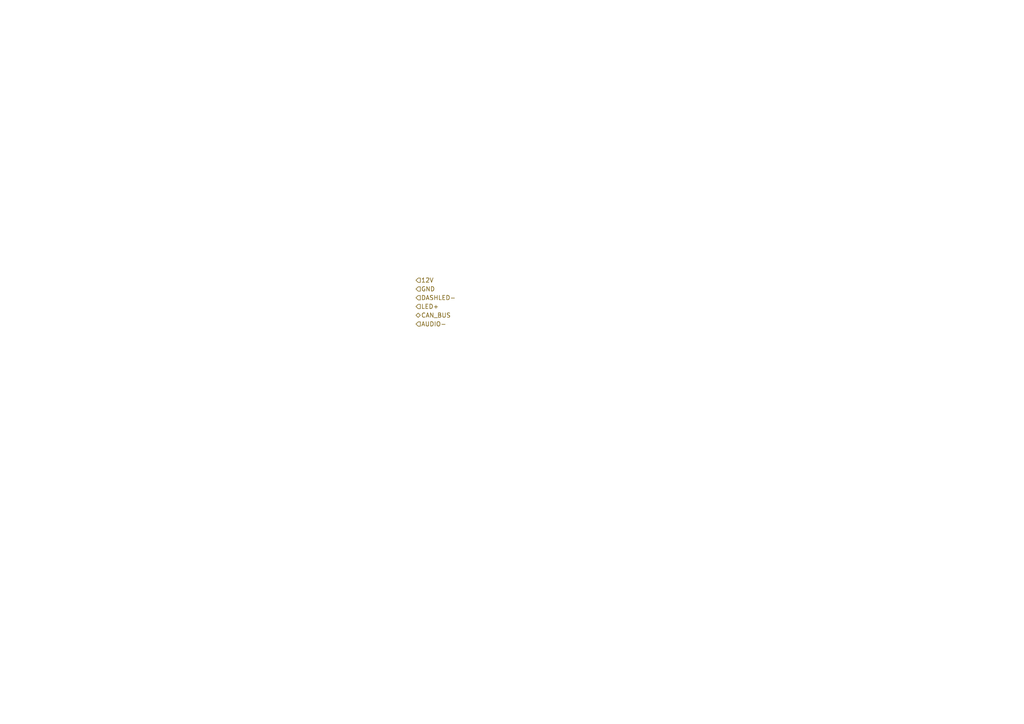
<source format=kicad_sch>
(kicad_sch (version 20211123) (generator eeschema)
  (paper "A4")
  (title_block (title "LV Subsystem interconnections") (date "2022-03-16") (rev "0.1") (company "Oxford University Racing") (comment 1 "Hugo Berg, Becky Hu, Lianfeng Shi") (comment 2 "Electronics team"))
  (lib_symbols)
  (hierarchical_label "AUDIO-" (shape input) (at 120.65 93.98 0))
  (hierarchical_label "GND" (shape input) (at 120.65 83.82 0))
  (hierarchical_label "12V" (shape input) (at 120.65 81.28 0))
  (hierarchical_label "DASHLED-" (shape input) (at 120.65 86.36 0))
  (hierarchical_label "CAN_BUS" (shape tri_state) (at 120.65 91.44 0))
  (hierarchical_label "LED+" (shape input) (at 120.65 88.9 0))
)
</source>
